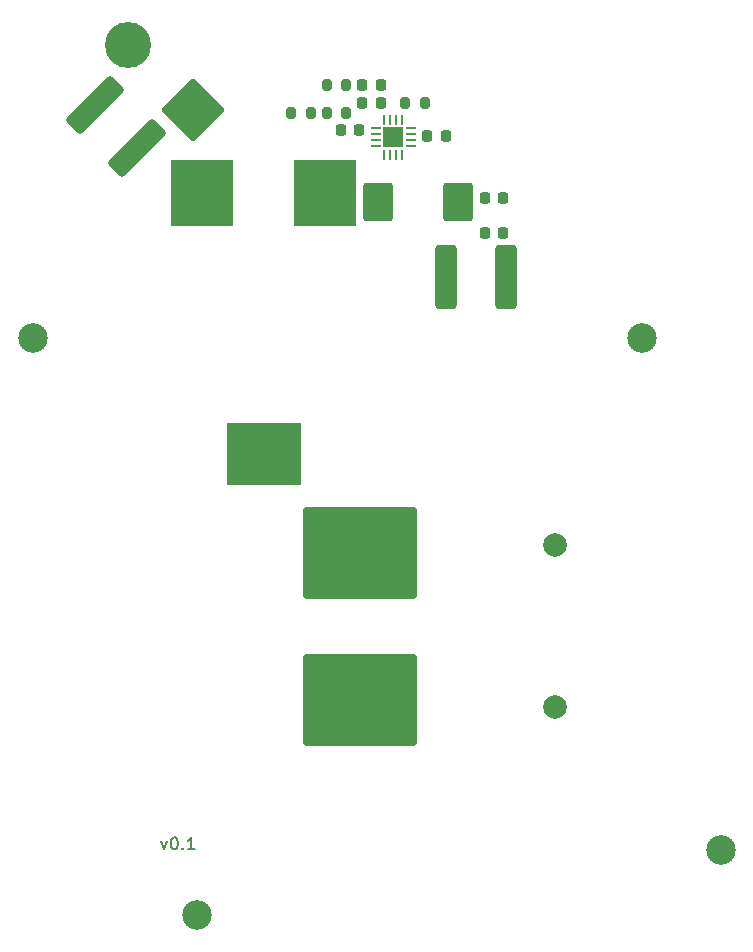
<source format=gts>
G04 #@! TF.GenerationSoftware,KiCad,Pcbnew,8.0.1*
G04 #@! TF.CreationDate,2024-05-02T01:56:28+08:00*
G04 #@! TF.ProjectId,BatteryPod,42617474-6572-4795-906f-642e6b696361,rev?*
G04 #@! TF.SameCoordinates,Original*
G04 #@! TF.FileFunction,Soldermask,Top*
G04 #@! TF.FilePolarity,Negative*
%FSLAX46Y46*%
G04 Gerber Fmt 4.6, Leading zero omitted, Abs format (unit mm)*
G04 Created by KiCad (PCBNEW 8.0.1) date 2024-05-02 01:56:28*
%MOMM*%
%LPD*%
G01*
G04 APERTURE LIST*
G04 Aperture macros list*
%AMRoundRect*
0 Rectangle with rounded corners*
0 $1 Rounding radius*
0 $2 $3 $4 $5 $6 $7 $8 $9 X,Y pos of 4 corners*
0 Add a 4 corners polygon primitive as box body*
4,1,4,$2,$3,$4,$5,$6,$7,$8,$9,$2,$3,0*
0 Add four circle primitives for the rounded corners*
1,1,$1+$1,$2,$3*
1,1,$1+$1,$4,$5*
1,1,$1+$1,$6,$7*
1,1,$1+$1,$8,$9*
0 Add four rect primitives between the rounded corners*
20,1,$1+$1,$2,$3,$4,$5,0*
20,1,$1+$1,$4,$5,$6,$7,0*
20,1,$1+$1,$6,$7,$8,$9,0*
20,1,$1+$1,$8,$9,$2,$3,0*%
G04 Aperture macros list end*
%ADD10C,0.150000*%
%ADD11R,5.334000X5.588000*%
%ADD12R,6.350000X5.283200*%
%ADD13C,2.000000*%
%ADD14RoundRect,0.250002X2.404160X0.000000X0.000000X2.404160X-2.404160X0.000000X0.000000X-2.404160X0*%
%ADD15C,3.900000*%
%ADD16RoundRect,0.225000X-0.225000X-0.250000X0.225000X-0.250000X0.225000X0.250000X-0.225000X0.250000X0*%
%ADD17C,2.500000*%
%ADD18RoundRect,0.249998X-4.550002X3.650002X-4.550002X-3.650002X4.550002X-3.650002X4.550002X3.650002X0*%
%ADD19R,0.812800X0.254000*%
%ADD20R,0.254000X0.812800*%
%ADD21R,1.752600X1.752600*%
%ADD22RoundRect,0.250000X2.192031X1.272792X1.272792X2.192031X-2.192031X-1.272792X-1.272792X-2.192031X0*%
%ADD23RoundRect,0.250000X-0.650000X-2.450000X0.650000X-2.450000X0.650000X2.450000X-0.650000X2.450000X0*%
%ADD24RoundRect,0.200000X-0.200000X-0.275000X0.200000X-0.275000X0.200000X0.275000X-0.200000X0.275000X0*%
%ADD25RoundRect,0.200000X0.200000X0.275000X-0.200000X0.275000X-0.200000X-0.275000X0.200000X-0.275000X0*%
%ADD26RoundRect,0.225000X0.225000X0.250000X-0.225000X0.250000X-0.225000X-0.250000X0.225000X-0.250000X0*%
%ADD27RoundRect,0.250000X-1.000000X1.400000X-1.000000X-1.400000X1.000000X-1.400000X1.000000X1.400000X0*%
G04 APERTURE END LIST*
D10*
X95341541Y-143903152D02*
X95579636Y-144569819D01*
X95579636Y-144569819D02*
X95817731Y-143903152D01*
X96389160Y-143569819D02*
X96484398Y-143569819D01*
X96484398Y-143569819D02*
X96579636Y-143617438D01*
X96579636Y-143617438D02*
X96627255Y-143665057D01*
X96627255Y-143665057D02*
X96674874Y-143760295D01*
X96674874Y-143760295D02*
X96722493Y-143950771D01*
X96722493Y-143950771D02*
X96722493Y-144188866D01*
X96722493Y-144188866D02*
X96674874Y-144379342D01*
X96674874Y-144379342D02*
X96627255Y-144474580D01*
X96627255Y-144474580D02*
X96579636Y-144522200D01*
X96579636Y-144522200D02*
X96484398Y-144569819D01*
X96484398Y-144569819D02*
X96389160Y-144569819D01*
X96389160Y-144569819D02*
X96293922Y-144522200D01*
X96293922Y-144522200D02*
X96246303Y-144474580D01*
X96246303Y-144474580D02*
X96198684Y-144379342D01*
X96198684Y-144379342D02*
X96151065Y-144188866D01*
X96151065Y-144188866D02*
X96151065Y-143950771D01*
X96151065Y-143950771D02*
X96198684Y-143760295D01*
X96198684Y-143760295D02*
X96246303Y-143665057D01*
X96246303Y-143665057D02*
X96293922Y-143617438D01*
X96293922Y-143617438D02*
X96389160Y-143569819D01*
X97151065Y-144474580D02*
X97198684Y-144522200D01*
X97198684Y-144522200D02*
X97151065Y-144569819D01*
X97151065Y-144569819D02*
X97103446Y-144522200D01*
X97103446Y-144522200D02*
X97151065Y-144474580D01*
X97151065Y-144474580D02*
X97151065Y-144569819D01*
X98151064Y-144569819D02*
X97579636Y-144569819D01*
X97865350Y-144569819D02*
X97865350Y-143569819D01*
X97865350Y-143569819D02*
X97770112Y-143712676D01*
X97770112Y-143712676D02*
X97674874Y-143807914D01*
X97674874Y-143807914D02*
X97579636Y-143855533D01*
D11*
X109215001Y-89000000D03*
X98785002Y-89000000D03*
D12*
X104000000Y-111075001D03*
D13*
X128700000Y-132500000D03*
X128700000Y-118800000D03*
D14*
X98000000Y-82000000D03*
D15*
X92484567Y-76484567D03*
D16*
X122750000Y-89400000D03*
X124300000Y-89400000D03*
D17*
X142700000Y-144600000D03*
X98400000Y-150100000D03*
X136050000Y-101300000D03*
X84450000Y-101300000D03*
D18*
X112200000Y-119450000D03*
X112200000Y-131950000D03*
D19*
X116450000Y-85026989D03*
X116450000Y-84526863D03*
X116450000Y-84026737D03*
X116450000Y-83526611D03*
D20*
X115726989Y-82803600D03*
X115226863Y-82803600D03*
X114726737Y-82803600D03*
X114226611Y-82803600D03*
D19*
X113503600Y-83526611D03*
X113503600Y-84026737D03*
X113503600Y-84526863D03*
X113503600Y-85026989D03*
D20*
X114226611Y-85750000D03*
X114726737Y-85750000D03*
X115226863Y-85750000D03*
X115726989Y-85750000D03*
D21*
X114976800Y-84276800D03*
D22*
X93303122Y-85203122D03*
X89696878Y-81596878D03*
D23*
X119400000Y-96100000D03*
X124500000Y-96100000D03*
D24*
X109325000Y-79900000D03*
X110975000Y-79900000D03*
D25*
X117625000Y-81400000D03*
X115975000Y-81400000D03*
D26*
X110550000Y-83675000D03*
X112100000Y-83675000D03*
X113900000Y-79900000D03*
X112350000Y-79900000D03*
X113900000Y-81400000D03*
X112350000Y-81400000D03*
D16*
X122750000Y-92400000D03*
X124300000Y-92400000D03*
D26*
X119425000Y-84200000D03*
X117875000Y-84200000D03*
D24*
X109325000Y-82200000D03*
X110975000Y-82200000D03*
X106350000Y-82200000D03*
X108000000Y-82200000D03*
D27*
X120450000Y-89800000D03*
X113650000Y-89800000D03*
M02*

</source>
